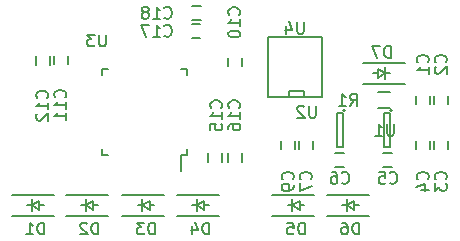
<source format=gbr>
G04 #@! TF.FileFunction,Legend,Bot*
%FSLAX46Y46*%
G04 Gerber Fmt 4.6, Leading zero omitted, Abs format (unit mm)*
G04 Created by KiCad (PCBNEW 4.0.2+dfsg1-stable) date Wed 10 Aug 2016 05:05:02 PM CDT*
%MOMM*%
G01*
G04 APERTURE LIST*
%ADD10C,0.090000*%
%ADD11C,0.150000*%
G04 APERTURE END LIST*
D10*
D11*
X147865000Y-143797000D02*
X147340000Y-143797000D01*
X147865000Y-136547000D02*
X147340000Y-136547000D01*
X140615000Y-136547000D02*
X141140000Y-136547000D01*
X140615000Y-143797000D02*
X141140000Y-143797000D01*
X147865000Y-143797000D02*
X147865000Y-143272000D01*
X140615000Y-143797000D02*
X140615000Y-143272000D01*
X140615000Y-136547000D02*
X140615000Y-137072000D01*
X147865000Y-136547000D02*
X147865000Y-137072000D01*
X147340000Y-143797000D02*
X147340000Y-145172000D01*
X167261452Y-138838852D02*
X167261452Y-139538852D01*
X168461452Y-139538852D02*
X168461452Y-138838852D01*
X168785452Y-138838852D02*
X168785452Y-139538852D01*
X169985452Y-139538852D02*
X169985452Y-138838852D01*
X169985452Y-143348852D02*
X169985452Y-142648852D01*
X168785452Y-142648852D02*
X168785452Y-143348852D01*
X168461452Y-143348852D02*
X168461452Y-142648852D01*
X167261452Y-142648852D02*
X167261452Y-143348852D01*
X164463452Y-144868852D02*
X165163452Y-144868852D01*
X165163452Y-143668852D02*
X164463452Y-143668852D01*
X161099452Y-143668852D02*
X160399452Y-143668852D01*
X160399452Y-144868852D02*
X161099452Y-144868852D01*
X157355452Y-142648852D02*
X157355452Y-143348852D01*
X158555452Y-143348852D02*
X158555452Y-142648852D01*
X155831452Y-142648852D02*
X155831452Y-143348852D01*
X157031452Y-143348852D02*
X157031452Y-142648852D01*
X151292000Y-135606000D02*
X151292000Y-136306000D01*
X152492000Y-136306000D02*
X152492000Y-135606000D01*
X136560000Y-135413000D02*
X136560000Y-136113000D01*
X137760000Y-136113000D02*
X137760000Y-135413000D01*
X135036000Y-135474000D02*
X135036000Y-136174000D01*
X136236000Y-136174000D02*
X136236000Y-135474000D01*
X150841000Y-144368000D02*
X150841000Y-143668000D01*
X149641000Y-143668000D02*
X149641000Y-144368000D01*
X152492000Y-144368000D02*
X152492000Y-143668000D01*
X151292000Y-143668000D02*
X151292000Y-144368000D01*
X148940000Y-132750000D02*
X148240000Y-132750000D01*
X148240000Y-133950000D02*
X148940000Y-133950000D01*
X149006000Y-131226000D02*
X148306000Y-131226000D01*
X148306000Y-132426000D02*
X149006000Y-132426000D01*
X139906500Y-148082000D02*
X140287500Y-148082000D01*
X138890500Y-148082000D02*
X139271500Y-148082000D01*
X139271500Y-148082000D02*
X139906500Y-148463000D01*
X139906500Y-148463000D02*
X139906500Y-147701000D01*
X139906500Y-147701000D02*
X139271500Y-148082000D01*
X139271500Y-148590000D02*
X139271500Y-147574000D01*
X137589000Y-147182000D02*
X141129000Y-147182000D01*
X137589000Y-148982000D02*
X141129000Y-148982000D01*
X157400500Y-148082000D02*
X157781500Y-148082000D01*
X156384500Y-148082000D02*
X156765500Y-148082000D01*
X156765500Y-148082000D02*
X157400500Y-148463000D01*
X157400500Y-148463000D02*
X157400500Y-147701000D01*
X157400500Y-147701000D02*
X156765500Y-148082000D01*
X156765500Y-148590000D02*
X156765500Y-147574000D01*
X155083000Y-147182000D02*
X158623000Y-147182000D01*
X155083000Y-148982000D02*
X158623000Y-148982000D01*
X162004500Y-148082000D02*
X162385500Y-148082000D01*
X160988500Y-148082000D02*
X161369500Y-148082000D01*
X161369500Y-148082000D02*
X162004500Y-148463000D01*
X162004500Y-148463000D02*
X162004500Y-147701000D01*
X162004500Y-147701000D02*
X161369500Y-148082000D01*
X161369500Y-148590000D02*
X161369500Y-147574000D01*
X159687000Y-147182000D02*
X163227000Y-147182000D01*
X159687000Y-148982000D02*
X163227000Y-148982000D01*
X164059452Y-139863852D02*
X165059452Y-139863852D01*
X165059452Y-138513852D02*
X164059452Y-138513852D01*
X165213452Y-140028852D02*
G75*
G03X165213452Y-140028852I-100000J0D01*
G01*
X164563452Y-140278852D02*
X165063452Y-140278852D01*
X164563452Y-143178852D02*
X164563452Y-140278852D01*
X165063452Y-143178852D02*
X164563452Y-143178852D01*
X165063452Y-140278852D02*
X165063452Y-143178852D01*
X161233452Y-140028852D02*
G75*
G03X161233452Y-140028852I-100000J0D01*
G01*
X160583452Y-140278852D02*
X161083452Y-140278852D01*
X160583452Y-143178852D02*
X160583452Y-140278852D01*
X161083452Y-143178852D02*
X160583452Y-143178852D01*
X161083452Y-140278852D02*
X161083452Y-143178852D01*
X159258000Y-138938000D02*
X159258000Y-133858000D01*
X159258000Y-133858000D02*
X154686000Y-133858000D01*
X154686000Y-133858000D02*
X154686000Y-138938000D01*
X154686000Y-138938000D02*
X159258000Y-138938000D01*
X157734000Y-138938000D02*
X157734000Y-138430000D01*
X157734000Y-138430000D02*
X156464000Y-138430000D01*
X156464000Y-138430000D02*
X156464000Y-138938000D01*
X135334500Y-148082000D02*
X135715500Y-148082000D01*
X134318500Y-148082000D02*
X134699500Y-148082000D01*
X134699500Y-148082000D02*
X135334500Y-148463000D01*
X135334500Y-148463000D02*
X135334500Y-147701000D01*
X135334500Y-147701000D02*
X134699500Y-148082000D01*
X134699500Y-148590000D02*
X134699500Y-147574000D01*
X133017000Y-147182000D02*
X136557000Y-147182000D01*
X133017000Y-148982000D02*
X136557000Y-148982000D01*
X144700500Y-148082000D02*
X145081500Y-148082000D01*
X143684500Y-148082000D02*
X144065500Y-148082000D01*
X144065500Y-148082000D02*
X144700500Y-148463000D01*
X144700500Y-148463000D02*
X144700500Y-147701000D01*
X144700500Y-147701000D02*
X144065500Y-148082000D01*
X144065500Y-148590000D02*
X144065500Y-147574000D01*
X142383000Y-147182000D02*
X145923000Y-147182000D01*
X142383000Y-148982000D02*
X145923000Y-148982000D01*
X149304500Y-148082000D02*
X149685500Y-148082000D01*
X148288500Y-148082000D02*
X148669500Y-148082000D01*
X148669500Y-148082000D02*
X149304500Y-148463000D01*
X149304500Y-148463000D02*
X149304500Y-147701000D01*
X149304500Y-147701000D02*
X148669500Y-148082000D01*
X148669500Y-148590000D02*
X148669500Y-147574000D01*
X146987000Y-147182000D02*
X150527000Y-147182000D01*
X146987000Y-148982000D02*
X150527000Y-148982000D01*
X163987952Y-136902852D02*
X163606952Y-136902852D01*
X165003952Y-136902852D02*
X164622952Y-136902852D01*
X164622952Y-136902852D02*
X163987952Y-136521852D01*
X163987952Y-136521852D02*
X163987952Y-137283852D01*
X163987952Y-137283852D02*
X164622952Y-136902852D01*
X164622952Y-136394852D02*
X164622952Y-137410852D01*
X166305452Y-137802852D02*
X162765452Y-137802852D01*
X166305452Y-136002852D02*
X162765452Y-136002852D01*
X140969905Y-133619381D02*
X140969905Y-134428905D01*
X140922286Y-134524143D01*
X140874667Y-134571762D01*
X140779429Y-134619381D01*
X140588952Y-134619381D01*
X140493714Y-134571762D01*
X140446095Y-134524143D01*
X140398476Y-134428905D01*
X140398476Y-133619381D01*
X140017524Y-133619381D02*
X139398476Y-133619381D01*
X139731810Y-134000333D01*
X139588952Y-134000333D01*
X139493714Y-134047952D01*
X139446095Y-134095571D01*
X139398476Y-134190810D01*
X139398476Y-134428905D01*
X139446095Y-134524143D01*
X139493714Y-134571762D01*
X139588952Y-134619381D01*
X139874667Y-134619381D01*
X139969905Y-134571762D01*
X140017524Y-134524143D01*
X168218595Y-135974186D02*
X168266214Y-135926567D01*
X168313833Y-135783710D01*
X168313833Y-135688472D01*
X168266214Y-135545614D01*
X168170976Y-135450376D01*
X168075738Y-135402757D01*
X167885262Y-135355138D01*
X167742404Y-135355138D01*
X167551928Y-135402757D01*
X167456690Y-135450376D01*
X167361452Y-135545614D01*
X167313833Y-135688472D01*
X167313833Y-135783710D01*
X167361452Y-135926567D01*
X167409071Y-135974186D01*
X168313833Y-136926567D02*
X168313833Y-136355138D01*
X168313833Y-136640852D02*
X167313833Y-136640852D01*
X167456690Y-136545614D01*
X167551928Y-136450376D01*
X167599547Y-136355138D01*
X169742595Y-135974186D02*
X169790214Y-135926567D01*
X169837833Y-135783710D01*
X169837833Y-135688472D01*
X169790214Y-135545614D01*
X169694976Y-135450376D01*
X169599738Y-135402757D01*
X169409262Y-135355138D01*
X169266404Y-135355138D01*
X169075928Y-135402757D01*
X168980690Y-135450376D01*
X168885452Y-135545614D01*
X168837833Y-135688472D01*
X168837833Y-135783710D01*
X168885452Y-135926567D01*
X168933071Y-135974186D01*
X168933071Y-136355138D02*
X168885452Y-136402757D01*
X168837833Y-136497995D01*
X168837833Y-136736091D01*
X168885452Y-136831329D01*
X168933071Y-136878948D01*
X169028309Y-136926567D01*
X169123547Y-136926567D01*
X169266404Y-136878948D01*
X169837833Y-136307519D01*
X169837833Y-136926567D01*
X169742595Y-145880186D02*
X169790214Y-145832567D01*
X169837833Y-145689710D01*
X169837833Y-145594472D01*
X169790214Y-145451614D01*
X169694976Y-145356376D01*
X169599738Y-145308757D01*
X169409262Y-145261138D01*
X169266404Y-145261138D01*
X169075928Y-145308757D01*
X168980690Y-145356376D01*
X168885452Y-145451614D01*
X168837833Y-145594472D01*
X168837833Y-145689710D01*
X168885452Y-145832567D01*
X168933071Y-145880186D01*
X168837833Y-146213519D02*
X168837833Y-146832567D01*
X169218785Y-146499233D01*
X169218785Y-146642091D01*
X169266404Y-146737329D01*
X169314023Y-146784948D01*
X169409262Y-146832567D01*
X169647357Y-146832567D01*
X169742595Y-146784948D01*
X169790214Y-146737329D01*
X169837833Y-146642091D01*
X169837833Y-146356376D01*
X169790214Y-146261138D01*
X169742595Y-146213519D01*
X168218595Y-145880186D02*
X168266214Y-145832567D01*
X168313833Y-145689710D01*
X168313833Y-145594472D01*
X168266214Y-145451614D01*
X168170976Y-145356376D01*
X168075738Y-145308757D01*
X167885262Y-145261138D01*
X167742404Y-145261138D01*
X167551928Y-145308757D01*
X167456690Y-145356376D01*
X167361452Y-145451614D01*
X167313833Y-145594472D01*
X167313833Y-145689710D01*
X167361452Y-145832567D01*
X167409071Y-145880186D01*
X167647166Y-146737329D02*
X168313833Y-146737329D01*
X167266214Y-146499233D02*
X167980500Y-146261138D01*
X167980500Y-146880186D01*
X165012666Y-146153143D02*
X165060285Y-146200762D01*
X165203142Y-146248381D01*
X165298380Y-146248381D01*
X165441238Y-146200762D01*
X165536476Y-146105524D01*
X165584095Y-146010286D01*
X165631714Y-145819810D01*
X165631714Y-145676952D01*
X165584095Y-145486476D01*
X165536476Y-145391238D01*
X165441238Y-145296000D01*
X165298380Y-145248381D01*
X165203142Y-145248381D01*
X165060285Y-145296000D01*
X165012666Y-145343619D01*
X164107904Y-145248381D02*
X164584095Y-145248381D01*
X164631714Y-145724571D01*
X164584095Y-145676952D01*
X164488857Y-145629333D01*
X164250761Y-145629333D01*
X164155523Y-145676952D01*
X164107904Y-145724571D01*
X164060285Y-145819810D01*
X164060285Y-146057905D01*
X164107904Y-146153143D01*
X164155523Y-146200762D01*
X164250761Y-146248381D01*
X164488857Y-146248381D01*
X164584095Y-146200762D01*
X164631714Y-146153143D01*
X160948666Y-146153143D02*
X160996285Y-146200762D01*
X161139142Y-146248381D01*
X161234380Y-146248381D01*
X161377238Y-146200762D01*
X161472476Y-146105524D01*
X161520095Y-146010286D01*
X161567714Y-145819810D01*
X161567714Y-145676952D01*
X161520095Y-145486476D01*
X161472476Y-145391238D01*
X161377238Y-145296000D01*
X161234380Y-145248381D01*
X161139142Y-145248381D01*
X160996285Y-145296000D01*
X160948666Y-145343619D01*
X160091523Y-145248381D02*
X160282000Y-145248381D01*
X160377238Y-145296000D01*
X160424857Y-145343619D01*
X160520095Y-145486476D01*
X160567714Y-145676952D01*
X160567714Y-146057905D01*
X160520095Y-146153143D01*
X160472476Y-146200762D01*
X160377238Y-146248381D01*
X160186761Y-146248381D01*
X160091523Y-146200762D01*
X160043904Y-146153143D01*
X159996285Y-146057905D01*
X159996285Y-145819810D01*
X160043904Y-145724571D01*
X160091523Y-145676952D01*
X160186761Y-145629333D01*
X160377238Y-145629333D01*
X160472476Y-145676952D01*
X160520095Y-145724571D01*
X160567714Y-145819810D01*
X158312595Y-145880186D02*
X158360214Y-145832567D01*
X158407833Y-145689710D01*
X158407833Y-145594472D01*
X158360214Y-145451614D01*
X158264976Y-145356376D01*
X158169738Y-145308757D01*
X157979262Y-145261138D01*
X157836404Y-145261138D01*
X157645928Y-145308757D01*
X157550690Y-145356376D01*
X157455452Y-145451614D01*
X157407833Y-145594472D01*
X157407833Y-145689710D01*
X157455452Y-145832567D01*
X157503071Y-145880186D01*
X157407833Y-146213519D02*
X157407833Y-146880186D01*
X158407833Y-146451614D01*
X156788595Y-145880186D02*
X156836214Y-145832567D01*
X156883833Y-145689710D01*
X156883833Y-145594472D01*
X156836214Y-145451614D01*
X156740976Y-145356376D01*
X156645738Y-145308757D01*
X156455262Y-145261138D01*
X156312404Y-145261138D01*
X156121928Y-145308757D01*
X156026690Y-145356376D01*
X155931452Y-145451614D01*
X155883833Y-145594472D01*
X155883833Y-145689710D01*
X155931452Y-145832567D01*
X155979071Y-145880186D01*
X156883833Y-146356376D02*
X156883833Y-146546852D01*
X156836214Y-146642091D01*
X156788595Y-146689710D01*
X156645738Y-146784948D01*
X156455262Y-146832567D01*
X156074309Y-146832567D01*
X155979071Y-146784948D01*
X155931452Y-146737329D01*
X155883833Y-146642091D01*
X155883833Y-146451614D01*
X155931452Y-146356376D01*
X155979071Y-146308757D01*
X156074309Y-146261138D01*
X156312404Y-146261138D01*
X156407642Y-146308757D01*
X156455262Y-146356376D01*
X156502881Y-146451614D01*
X156502881Y-146642091D01*
X156455262Y-146737329D01*
X156407642Y-146784948D01*
X156312404Y-146832567D01*
X152249143Y-131945143D02*
X152296762Y-131897524D01*
X152344381Y-131754667D01*
X152344381Y-131659429D01*
X152296762Y-131516571D01*
X152201524Y-131421333D01*
X152106286Y-131373714D01*
X151915810Y-131326095D01*
X151772952Y-131326095D01*
X151582476Y-131373714D01*
X151487238Y-131421333D01*
X151392000Y-131516571D01*
X151344381Y-131659429D01*
X151344381Y-131754667D01*
X151392000Y-131897524D01*
X151439619Y-131945143D01*
X152344381Y-132897524D02*
X152344381Y-132326095D01*
X152344381Y-132611809D02*
X151344381Y-132611809D01*
X151487238Y-132516571D01*
X151582476Y-132421333D01*
X151630095Y-132326095D01*
X151344381Y-133516571D02*
X151344381Y-133611810D01*
X151392000Y-133707048D01*
X151439619Y-133754667D01*
X151534857Y-133802286D01*
X151725333Y-133849905D01*
X151963429Y-133849905D01*
X152153905Y-133802286D01*
X152249143Y-133754667D01*
X152296762Y-133707048D01*
X152344381Y-133611810D01*
X152344381Y-133516571D01*
X152296762Y-133421333D01*
X152249143Y-133373714D01*
X152153905Y-133326095D01*
X151963429Y-133278476D01*
X151725333Y-133278476D01*
X151534857Y-133326095D01*
X151439619Y-133373714D01*
X151392000Y-133421333D01*
X151344381Y-133516571D01*
X137517143Y-138930143D02*
X137564762Y-138882524D01*
X137612381Y-138739667D01*
X137612381Y-138644429D01*
X137564762Y-138501571D01*
X137469524Y-138406333D01*
X137374286Y-138358714D01*
X137183810Y-138311095D01*
X137040952Y-138311095D01*
X136850476Y-138358714D01*
X136755238Y-138406333D01*
X136660000Y-138501571D01*
X136612381Y-138644429D01*
X136612381Y-138739667D01*
X136660000Y-138882524D01*
X136707619Y-138930143D01*
X137612381Y-139882524D02*
X137612381Y-139311095D01*
X137612381Y-139596809D02*
X136612381Y-139596809D01*
X136755238Y-139501571D01*
X136850476Y-139406333D01*
X136898095Y-139311095D01*
X137612381Y-140834905D02*
X137612381Y-140263476D01*
X137612381Y-140549190D02*
X136612381Y-140549190D01*
X136755238Y-140453952D01*
X136850476Y-140358714D01*
X136898095Y-140263476D01*
X135993143Y-138991143D02*
X136040762Y-138943524D01*
X136088381Y-138800667D01*
X136088381Y-138705429D01*
X136040762Y-138562571D01*
X135945524Y-138467333D01*
X135850286Y-138419714D01*
X135659810Y-138372095D01*
X135516952Y-138372095D01*
X135326476Y-138419714D01*
X135231238Y-138467333D01*
X135136000Y-138562571D01*
X135088381Y-138705429D01*
X135088381Y-138800667D01*
X135136000Y-138943524D01*
X135183619Y-138991143D01*
X136088381Y-139943524D02*
X136088381Y-139372095D01*
X136088381Y-139657809D02*
X135088381Y-139657809D01*
X135231238Y-139562571D01*
X135326476Y-139467333D01*
X135374095Y-139372095D01*
X135183619Y-140324476D02*
X135136000Y-140372095D01*
X135088381Y-140467333D01*
X135088381Y-140705429D01*
X135136000Y-140800667D01*
X135183619Y-140848286D01*
X135278857Y-140895905D01*
X135374095Y-140895905D01*
X135516952Y-140848286D01*
X136088381Y-140276857D01*
X136088381Y-140895905D01*
X150725143Y-139819143D02*
X150772762Y-139771524D01*
X150820381Y-139628667D01*
X150820381Y-139533429D01*
X150772762Y-139390571D01*
X150677524Y-139295333D01*
X150582286Y-139247714D01*
X150391810Y-139200095D01*
X150248952Y-139200095D01*
X150058476Y-139247714D01*
X149963238Y-139295333D01*
X149868000Y-139390571D01*
X149820381Y-139533429D01*
X149820381Y-139628667D01*
X149868000Y-139771524D01*
X149915619Y-139819143D01*
X150820381Y-140771524D02*
X150820381Y-140200095D01*
X150820381Y-140485809D02*
X149820381Y-140485809D01*
X149963238Y-140390571D01*
X150058476Y-140295333D01*
X150106095Y-140200095D01*
X149820381Y-141676286D02*
X149820381Y-141200095D01*
X150296571Y-141152476D01*
X150248952Y-141200095D01*
X150201333Y-141295333D01*
X150201333Y-141533429D01*
X150248952Y-141628667D01*
X150296571Y-141676286D01*
X150391810Y-141723905D01*
X150629905Y-141723905D01*
X150725143Y-141676286D01*
X150772762Y-141628667D01*
X150820381Y-141533429D01*
X150820381Y-141295333D01*
X150772762Y-141200095D01*
X150725143Y-141152476D01*
X152249143Y-139819143D02*
X152296762Y-139771524D01*
X152344381Y-139628667D01*
X152344381Y-139533429D01*
X152296762Y-139390571D01*
X152201524Y-139295333D01*
X152106286Y-139247714D01*
X151915810Y-139200095D01*
X151772952Y-139200095D01*
X151582476Y-139247714D01*
X151487238Y-139295333D01*
X151392000Y-139390571D01*
X151344381Y-139533429D01*
X151344381Y-139628667D01*
X151392000Y-139771524D01*
X151439619Y-139819143D01*
X152344381Y-140771524D02*
X152344381Y-140200095D01*
X152344381Y-140485809D02*
X151344381Y-140485809D01*
X151487238Y-140390571D01*
X151582476Y-140295333D01*
X151630095Y-140200095D01*
X151344381Y-141628667D02*
X151344381Y-141438190D01*
X151392000Y-141342952D01*
X151439619Y-141295333D01*
X151582476Y-141200095D01*
X151772952Y-141152476D01*
X152153905Y-141152476D01*
X152249143Y-141200095D01*
X152296762Y-141247714D01*
X152344381Y-141342952D01*
X152344381Y-141533429D01*
X152296762Y-141628667D01*
X152249143Y-141676286D01*
X152153905Y-141723905D01*
X151915810Y-141723905D01*
X151820571Y-141676286D01*
X151772952Y-141628667D01*
X151725333Y-141533429D01*
X151725333Y-141342952D01*
X151772952Y-141247714D01*
X151820571Y-141200095D01*
X151915810Y-141152476D01*
X145930857Y-133707143D02*
X145978476Y-133754762D01*
X146121333Y-133802381D01*
X146216571Y-133802381D01*
X146359429Y-133754762D01*
X146454667Y-133659524D01*
X146502286Y-133564286D01*
X146549905Y-133373810D01*
X146549905Y-133230952D01*
X146502286Y-133040476D01*
X146454667Y-132945238D01*
X146359429Y-132850000D01*
X146216571Y-132802381D01*
X146121333Y-132802381D01*
X145978476Y-132850000D01*
X145930857Y-132897619D01*
X144978476Y-133802381D02*
X145549905Y-133802381D01*
X145264191Y-133802381D02*
X145264191Y-132802381D01*
X145359429Y-132945238D01*
X145454667Y-133040476D01*
X145549905Y-133088095D01*
X144645143Y-132802381D02*
X143978476Y-132802381D01*
X144407048Y-133802381D01*
X145930857Y-132183143D02*
X145978476Y-132230762D01*
X146121333Y-132278381D01*
X146216571Y-132278381D01*
X146359429Y-132230762D01*
X146454667Y-132135524D01*
X146502286Y-132040286D01*
X146549905Y-131849810D01*
X146549905Y-131706952D01*
X146502286Y-131516476D01*
X146454667Y-131421238D01*
X146359429Y-131326000D01*
X146216571Y-131278381D01*
X146121333Y-131278381D01*
X145978476Y-131326000D01*
X145930857Y-131373619D01*
X144978476Y-132278381D02*
X145549905Y-132278381D01*
X145264191Y-132278381D02*
X145264191Y-131278381D01*
X145359429Y-131421238D01*
X145454667Y-131516476D01*
X145549905Y-131564095D01*
X144407048Y-131706952D02*
X144502286Y-131659333D01*
X144549905Y-131611714D01*
X144597524Y-131516476D01*
X144597524Y-131468857D01*
X144549905Y-131373619D01*
X144502286Y-131326000D01*
X144407048Y-131278381D01*
X144216571Y-131278381D01*
X144121333Y-131326000D01*
X144073714Y-131373619D01*
X144026095Y-131468857D01*
X144026095Y-131516476D01*
X144073714Y-131611714D01*
X144121333Y-131659333D01*
X144216571Y-131706952D01*
X144407048Y-131706952D01*
X144502286Y-131754571D01*
X144549905Y-131802190D01*
X144597524Y-131897429D01*
X144597524Y-132087905D01*
X144549905Y-132183143D01*
X144502286Y-132230762D01*
X144407048Y-132278381D01*
X144216571Y-132278381D01*
X144121333Y-132230762D01*
X144073714Y-132183143D01*
X144026095Y-132087905D01*
X144026095Y-131897429D01*
X144073714Y-131802190D01*
X144121333Y-131754571D01*
X144216571Y-131706952D01*
X140327095Y-150534381D02*
X140327095Y-149534381D01*
X140089000Y-149534381D01*
X139946142Y-149582000D01*
X139850904Y-149677238D01*
X139803285Y-149772476D01*
X139755666Y-149962952D01*
X139755666Y-150105810D01*
X139803285Y-150296286D01*
X139850904Y-150391524D01*
X139946142Y-150486762D01*
X140089000Y-150534381D01*
X140327095Y-150534381D01*
X139374714Y-149629619D02*
X139327095Y-149582000D01*
X139231857Y-149534381D01*
X138993761Y-149534381D01*
X138898523Y-149582000D01*
X138850904Y-149629619D01*
X138803285Y-149724857D01*
X138803285Y-149820095D01*
X138850904Y-149962952D01*
X139422333Y-150534381D01*
X138803285Y-150534381D01*
X157821095Y-150534381D02*
X157821095Y-149534381D01*
X157583000Y-149534381D01*
X157440142Y-149582000D01*
X157344904Y-149677238D01*
X157297285Y-149772476D01*
X157249666Y-149962952D01*
X157249666Y-150105810D01*
X157297285Y-150296286D01*
X157344904Y-150391524D01*
X157440142Y-150486762D01*
X157583000Y-150534381D01*
X157821095Y-150534381D01*
X156344904Y-149534381D02*
X156821095Y-149534381D01*
X156868714Y-150010571D01*
X156821095Y-149962952D01*
X156725857Y-149915333D01*
X156487761Y-149915333D01*
X156392523Y-149962952D01*
X156344904Y-150010571D01*
X156297285Y-150105810D01*
X156297285Y-150343905D01*
X156344904Y-150439143D01*
X156392523Y-150486762D01*
X156487761Y-150534381D01*
X156725857Y-150534381D01*
X156821095Y-150486762D01*
X156868714Y-150439143D01*
X162425095Y-150534381D02*
X162425095Y-149534381D01*
X162187000Y-149534381D01*
X162044142Y-149582000D01*
X161948904Y-149677238D01*
X161901285Y-149772476D01*
X161853666Y-149962952D01*
X161853666Y-150105810D01*
X161901285Y-150296286D01*
X161948904Y-150391524D01*
X162044142Y-150486762D01*
X162187000Y-150534381D01*
X162425095Y-150534381D01*
X160996523Y-149534381D02*
X161187000Y-149534381D01*
X161282238Y-149582000D01*
X161329857Y-149629619D01*
X161425095Y-149772476D01*
X161472714Y-149962952D01*
X161472714Y-150343905D01*
X161425095Y-150439143D01*
X161377476Y-150486762D01*
X161282238Y-150534381D01*
X161091761Y-150534381D01*
X160996523Y-150486762D01*
X160948904Y-150439143D01*
X160901285Y-150343905D01*
X160901285Y-150105810D01*
X160948904Y-150010571D01*
X160996523Y-149962952D01*
X161091761Y-149915333D01*
X161282238Y-149915333D01*
X161377476Y-149962952D01*
X161425095Y-150010571D01*
X161472714Y-150105810D01*
X161678118Y-139641233D02*
X162011452Y-139165042D01*
X162249547Y-139641233D02*
X162249547Y-138641233D01*
X161868594Y-138641233D01*
X161773356Y-138688852D01*
X161725737Y-138736471D01*
X161678118Y-138831709D01*
X161678118Y-138974566D01*
X161725737Y-139069804D01*
X161773356Y-139117423D01*
X161868594Y-139165042D01*
X162249547Y-139165042D01*
X160725737Y-139641233D02*
X161297166Y-139641233D01*
X161011452Y-139641233D02*
X161011452Y-138641233D01*
X161106690Y-138784090D01*
X161201928Y-138879328D01*
X161297166Y-138926947D01*
X165353905Y-141184381D02*
X165353905Y-141993905D01*
X165306286Y-142089143D01*
X165258667Y-142136762D01*
X165163429Y-142184381D01*
X164972952Y-142184381D01*
X164877714Y-142136762D01*
X164830095Y-142089143D01*
X164782476Y-141993905D01*
X164782476Y-141184381D01*
X163782476Y-142184381D02*
X164353905Y-142184381D01*
X164068191Y-142184381D02*
X164068191Y-141184381D01*
X164163429Y-141327238D01*
X164258667Y-141422476D01*
X164353905Y-141470095D01*
X158749905Y-139660381D02*
X158749905Y-140469905D01*
X158702286Y-140565143D01*
X158654667Y-140612762D01*
X158559429Y-140660381D01*
X158368952Y-140660381D01*
X158273714Y-140612762D01*
X158226095Y-140565143D01*
X158178476Y-140469905D01*
X158178476Y-139660381D01*
X157749905Y-139755619D02*
X157702286Y-139708000D01*
X157607048Y-139660381D01*
X157368952Y-139660381D01*
X157273714Y-139708000D01*
X157226095Y-139755619D01*
X157178476Y-139850857D01*
X157178476Y-139946095D01*
X157226095Y-140088952D01*
X157797524Y-140660381D01*
X157178476Y-140660381D01*
X157733905Y-132548381D02*
X157733905Y-133357905D01*
X157686286Y-133453143D01*
X157638667Y-133500762D01*
X157543429Y-133548381D01*
X157352952Y-133548381D01*
X157257714Y-133500762D01*
X157210095Y-133453143D01*
X157162476Y-133357905D01*
X157162476Y-132548381D01*
X156257714Y-132881714D02*
X156257714Y-133548381D01*
X156495810Y-132500762D02*
X156733905Y-133215048D01*
X156114857Y-133215048D01*
X135755095Y-150534381D02*
X135755095Y-149534381D01*
X135517000Y-149534381D01*
X135374142Y-149582000D01*
X135278904Y-149677238D01*
X135231285Y-149772476D01*
X135183666Y-149962952D01*
X135183666Y-150105810D01*
X135231285Y-150296286D01*
X135278904Y-150391524D01*
X135374142Y-150486762D01*
X135517000Y-150534381D01*
X135755095Y-150534381D01*
X134231285Y-150534381D02*
X134802714Y-150534381D01*
X134517000Y-150534381D02*
X134517000Y-149534381D01*
X134612238Y-149677238D01*
X134707476Y-149772476D01*
X134802714Y-149820095D01*
X145121095Y-150534381D02*
X145121095Y-149534381D01*
X144883000Y-149534381D01*
X144740142Y-149582000D01*
X144644904Y-149677238D01*
X144597285Y-149772476D01*
X144549666Y-149962952D01*
X144549666Y-150105810D01*
X144597285Y-150296286D01*
X144644904Y-150391524D01*
X144740142Y-150486762D01*
X144883000Y-150534381D01*
X145121095Y-150534381D01*
X144216333Y-149534381D02*
X143597285Y-149534381D01*
X143930619Y-149915333D01*
X143787761Y-149915333D01*
X143692523Y-149962952D01*
X143644904Y-150010571D01*
X143597285Y-150105810D01*
X143597285Y-150343905D01*
X143644904Y-150439143D01*
X143692523Y-150486762D01*
X143787761Y-150534381D01*
X144073476Y-150534381D01*
X144168714Y-150486762D01*
X144216333Y-150439143D01*
X149725095Y-150534381D02*
X149725095Y-149534381D01*
X149487000Y-149534381D01*
X149344142Y-149582000D01*
X149248904Y-149677238D01*
X149201285Y-149772476D01*
X149153666Y-149962952D01*
X149153666Y-150105810D01*
X149201285Y-150296286D01*
X149248904Y-150391524D01*
X149344142Y-150486762D01*
X149487000Y-150534381D01*
X149725095Y-150534381D01*
X148296523Y-149867714D02*
X148296523Y-150534381D01*
X148534619Y-149486762D02*
X148772714Y-150201048D01*
X148153666Y-150201048D01*
X165076095Y-135580381D02*
X165076095Y-134580381D01*
X164838000Y-134580381D01*
X164695142Y-134628000D01*
X164599904Y-134723238D01*
X164552285Y-134818476D01*
X164504666Y-135008952D01*
X164504666Y-135151810D01*
X164552285Y-135342286D01*
X164599904Y-135437524D01*
X164695142Y-135532762D01*
X164838000Y-135580381D01*
X165076095Y-135580381D01*
X164171333Y-134580381D02*
X163504666Y-134580381D01*
X163933238Y-135580381D01*
M02*

</source>
